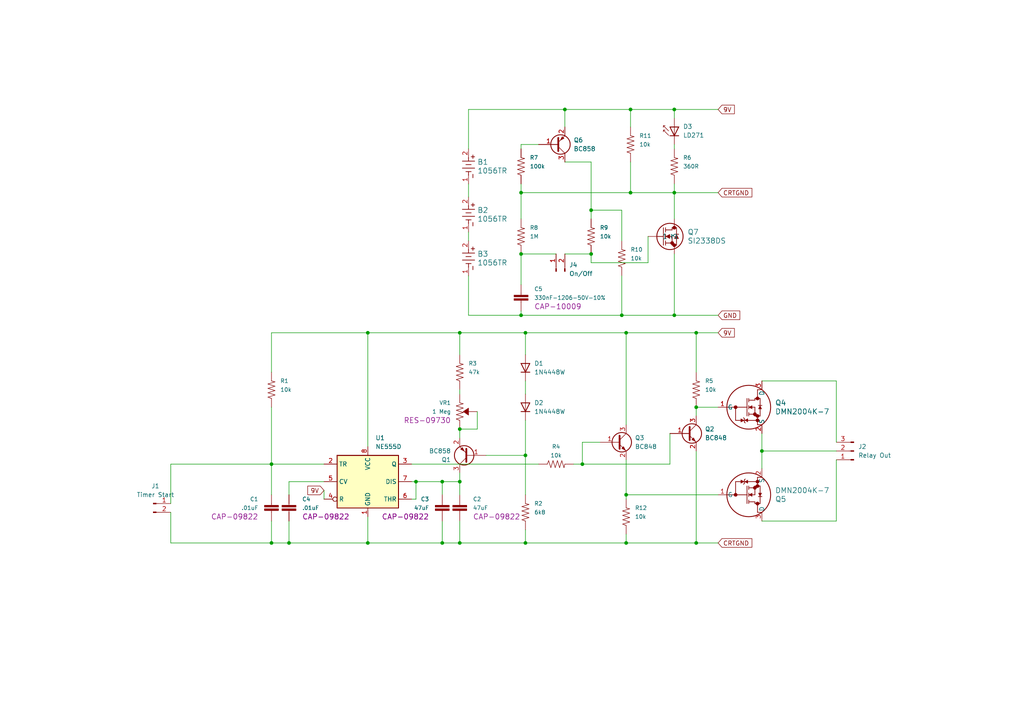
<source format=kicad_sch>
(kicad_sch (version 20230121) (generator eeschema)
  (paper "A4")
  (lib_symbols
    (symbol "CR1220 Holder:1056TR" (pin_names (offset 0.254))
      (property "Reference" "B" (at 4.826 3.81 0))
      (property "Value" "1056TR" (at 4.826 -3.81 0))
      (symbol "1056TR_0_1"
        (polyline (pts (xy 1.778 1.27) (xy 2.794 1.27)) (stroke (width 0.2032)))
        (polyline (pts (xy 2.286 0.762) (xy 2.286 1.778)) (stroke (width 0.2032)))
        (polyline (pts (xy 2.54 0) (xy 3.4798 0)) (stroke (width 0.2032)))
        (polyline (pts (xy 3.556 -1.778) (xy 3.556 1.778)) (stroke (width 0.2032)))
        (polyline (pts (xy 4.572 0.762) (xy 4.572 -0.762)) (stroke (width 0.2032)))
        (polyline (pts (xy 5.588 -1.778) (xy 5.588 1.778)) (stroke (width 0.2032)))
        (polyline (pts (xy 6.604 0) (xy 7.62 0)) (stroke (width 0.2032)))
        (polyline (pts (xy 6.604 0.762) (xy 6.604 -0.762)) (stroke (width 0.2032)))
        (polyline (pts (xy 7.366 1.27) (xy 8.382 1.27)) (stroke (width 0.2032)))
        (pin unspecified line (at 10.16 0 180) (length 2.54) (name "") (number "1"))
        (pin unspecified line (at 0 0 0) (length 2.54) (name "") (number "2"))
      )
    )
    (symbol "Connector:Conn_01x02_Pin" (pin_names (offset 1.016) hide)
      (property "Reference" "J" (at 0 2.54 0))
      (property "Value" "Conn_01x02_Pin" (at 0 -5.08 0))
      (symbol "Conn_01x02_Pin_1_1"
        (polyline (pts (xy 1.27 -2.54) (xy 0.8636 -2.54)) (stroke (width 0.1524)))
        (polyline (pts (xy 1.27 0) (xy 0.8636 0)) (stroke (width 0.1524)))
        (rectangle (start 0.8636 -2.413) (end 0 -2.667) (stroke (width 0.1524)) (fill (type outline)))
        (rectangle (start 0.8636 0.127) (end 0 -0.127) (stroke (width 0.1524)) (fill (type outline)))
        (pin passive line (at 5.08 0 180) (length 3.81) (name "Pin_1") (number "1"))
        (pin passive line (at 5.08 -2.54 180) (length 3.81) (name "Pin_2") (number "2"))
      )
    )
    (symbol "Connector:Conn_01x03_Pin" (pin_names (offset 1.016) hide)
      (property "Reference" "J" (at 0 5.08 0))
      (property "Value" "Conn_01x03_Pin" (at 0 -5.08 0))
      (symbol "Conn_01x03_Pin_1_1"
        (polyline (pts (xy 1.27 -2.54) (xy 0.8636 -2.54)) (stroke (width 0.1524)))
        (polyline (pts (xy 1.27 0) (xy 0.8636 0)) (stroke (width 0.1524)))
        (polyline (pts (xy 1.27 2.54) (xy 0.8636 2.54)) (stroke (width 0.1524)))
        (rectangle (start 0.8636 -2.413) (end 0 -2.667) (stroke (width 0.1524)) (fill (type outline)))
        (rectangle (start 0.8636 0.127) (end 0 -0.127) (stroke (width 0.1524)) (fill (type outline)))
        (rectangle (start 0.8636 2.667) (end 0 2.413) (stroke (width 0.1524)) (fill (type outline)))
        (pin passive line (at 5.08 2.54 180) (length 3.81) (name "Pin_1") (number "1"))
        (pin passive line (at 5.08 0 180) (length 3.81) (name "Pin_2") (number "2"))
        (pin passive line (at 5.08 -2.54 180) (length 3.81) (name "Pin_3") (number "3"))
      )
    )
    (symbol "DMN2004K-7:DMN2004K-7" (pin_names (offset 0.254))
      (property "Reference" "MOSFET" (at 16.51 1.27 0))
      (property "Value" "DMN2004K-7" (at 16.51 -1.27 0))
      (symbol "DMN2004K-7_0_1"
        (polyline (pts (xy 2.54 0) (xy 8.382 0)) (stroke (width 0.2032)))
        (polyline (pts (xy 5.08 -3.81) (xy 5.08 0)) (stroke (width 0.2032)))
        (polyline (pts (xy 5.08 -3.81) (xy 6.604 -3.81)) (stroke (width 0.2032)))
        (polyline (pts (xy 7.366 -3.048) (xy 7.62 -3.302)) (stroke (width 0.2032)))
        (polyline (pts (xy 7.62 -4.318) (xy 7.874 -4.572)) (stroke (width 0.2032)))
        (polyline (pts (xy 7.62 -3.302) (xy 7.62 -4.318)) (stroke (width 0.2032)))
        (polyline (pts (xy 8.382 -2.54) (xy 8.382 2.54)) (stroke (width 0.2032)))
        (polyline (pts (xy 8.636 -3.81) (xy 11.43 -3.81)) (stroke (width 0.2032)))
        (polyline (pts (xy 8.89 -2.54) (xy 8.89 -1.524)) (stroke (width 0.2032)))
        (polyline (pts (xy 8.89 -2.032) (xy 10.668 -2.032)) (stroke (width 0.2032)))
        (polyline (pts (xy 8.89 -0.508) (xy 8.89 0.508)) (stroke (width 0.2032)))
        (polyline (pts (xy 8.89 0) (xy 10.668 0)) (stroke (width 0.2032)))
        (polyline (pts (xy 8.89 1.524) (xy 8.89 2.54)) (stroke (width 0.2032)))
        (polyline (pts (xy 8.89 2.032) (xy 10.668 2.032)) (stroke (width 0.2032)))
        (polyline (pts (xy 10.668 -2.54) (xy 10.668 0)) (stroke (width 0.2032)))
        (polyline (pts (xy 10.668 -2.54) (xy 12.192 -2.54)) (stroke (width 0.2032)))
        (polyline (pts (xy 10.668 2.032) (xy 10.668 2.54)) (stroke (width 0.2032)))
        (polyline (pts (xy 10.668 2.54) (xy 12.192 2.54)) (stroke (width 0.2032)))
        (polyline (pts (xy 11.43 -5.08) (xy 11.43 -2.54)) (stroke (width 0.2032)))
        (polyline (pts (xy 11.43 -5.08) (xy 12.7 -5.08)) (stroke (width 0.2032)))
        (polyline (pts (xy 11.43 5.08) (xy 11.43 2.54)) (stroke (width 0.2032)))
        (polyline (pts (xy 11.43 5.08) (xy 12.7 5.08)) (stroke (width 0.2032)))
        (polyline (pts (xy 12.192 -2.54) (xy 12.192 2.54)) (stroke (width 0.2032)))
        (polyline (pts (xy 12.7 0.508) (xy 11.684 0.508)) (stroke (width 0.2032)))
        (polyline (pts (xy 6.604 -3.302) (xy 6.604 -4.318) (xy 7.62 -3.81)) (stroke (width 0.0254)) (fill (type outline)))
        (polyline (pts (xy 8.636 -4.318) (xy 8.636 -3.302) (xy 7.62 -3.81)) (stroke (width 0.0254)) (fill (type outline)))
        (polyline (pts (xy 9.906 -0.508) (xy 8.89 0) (xy 9.906 0.508)) (stroke (width 0.0254)) (fill (type outline)))
        (polyline (pts (xy 12.7 -0.508) (xy 11.684 -0.508) (xy 12.192 0.508)) (stroke (width 0.0254)) (fill (type outline)))
        (circle (center 5.08 0) (radius 0.0254) (stroke (width 0.508)))
        (circle (center 8.89 0) (radius 6.35) (stroke (width 0.254)))
        (circle (center 10.668 -2.032) (radius 0.0254) (stroke (width 0.508)))
        (circle (center 11.43 -3.81) (radius 0.0254) (stroke (width 0.508)))
        (circle (center 11.43 -2.54) (radius 0.0254) (stroke (width 0.508)))
        (circle (center 11.43 2.54) (radius 0.0254) (stroke (width 0.508)))
        (pin unspecified line (at 0 0 0) (length 2.54) (name "G") (number "1"))
        (pin unspecified line (at 12.7 -7.62 90) (length 2.54) (name "S") (number "2"))
        (pin unspecified line (at 12.7 7.62 270) (length 2.54) (name "D") (number "3"))
      )
    )
    (symbol "Diode:1N4448W" (pin_numbers hide) (pin_names hide)
      (property "Reference" "D" (at 0 2.54 0))
      (property "Value" "1N4448W" (at 0 -2.54 0))
      (symbol "1N4448W_0_1"
        (polyline (pts (xy -1.27 1.27) (xy -1.27 -1.27)) (stroke (width 0.254)))
        (polyline (pts (xy 1.27 0) (xy -1.27 0)))
        (polyline (pts (xy 1.27 1.27) (xy 1.27 -1.27) (xy -1.27 0) (xy 1.27 1.27)) (stroke (width 0.254)))
      )
      (symbol "1N4448W_1_1"
        (pin passive line (at -3.81 0 0) (length 2.54) (name "K") (number "1"))
        (pin passive line (at 3.81 0 180) (length 2.54) (name "A") (number "2"))
      )
    )
    (symbol "LED:LD271" (pin_numbers hide) (pin_names (offset 1.016) hide)
      (property "Reference" "D" (at 0.508 1.778 0))
      (property "Value" "LD271" (at -1.016 -2.794 0))
      (symbol "LD271_0_1"
        (polyline (pts (xy -2.54 1.27) (xy -2.54 -1.27)) (stroke (width 0.254)))
        (polyline (pts (xy 0 0) (xy -2.54 0)))
        (polyline (pts (xy 0.381 3.175) (xy -0.127 3.175)))
        (polyline (pts (xy -1.143 1.651) (xy 0.381 3.175) (xy 0.381 2.667)))
        (polyline (pts (xy 0 -1.27) (xy -2.54 0) (xy 0 1.27) (xy 0 -1.27)) (stroke (width 0.254)))
        (polyline (pts (xy -2.413 1.651) (xy -0.889 3.175) (xy -0.889 2.667) (xy -0.889 3.175) (xy -1.397 3.175)))
      )
      (symbol "LD271_1_1"
        (pin passive line (at -5.08 0 0) (length 2.54) (name "K") (number "1"))
        (pin passive line (at 2.54 0 180) (length 2.54) (name "A") (number "2"))
      )
    )
    (symbol "Si2342DS:SI2342DS-T1-GE3" (pin_numbers hide) (pin_names (offset 1.524))
      (property "Reference" "MOSFET" (at 11.43 1.905 0))
      (property "Value" "SI2342DS-T1-GE3" (at 11.43 -5.08 0))
      (symbol "SI2342DS-T1-GE3_1_1"
        (polyline (pts (xy 2.54 0) (xy 4.445 0)) (stroke (width 0.2032)))
        (polyline (pts (xy 4.445 -2.54) (xy 4.445 2.54)) (stroke (width 0.2032)))
        (polyline (pts (xy 5.08 -2.54) (xy 5.08 -1.27)) (stroke (width 0.2032)))
        (polyline (pts (xy 5.08 -1.905) (xy 6.985 -1.905)) (stroke (width 0.2032)))
        (polyline (pts (xy 5.08 -0.635) (xy 5.08 0.635)) (stroke (width 0.2032)))
        (polyline (pts (xy 5.08 1.27) (xy 5.08 2.54)) (stroke (width 0.2032)))
        (polyline (pts (xy 5.08 1.905) (xy 6.985 1.905)) (stroke (width 0.2032)))
        (polyline (pts (xy 6.35 0) (xy 6.985 0)) (stroke (width 0.2032)))
        (polyline (pts (xy 6.985 -2.54) (xy 6.985 0)) (stroke (width 0.2032)))
        (polyline (pts (xy 6.985 -2.54) (xy 8.255 -2.54)) (stroke (width 0.2032)))
        (polyline (pts (xy 6.985 1.905) (xy 6.985 2.54)) (stroke (width 0.2032)))
        (polyline (pts (xy 6.985 2.54) (xy 8.255 2.54)) (stroke (width 0.2032)))
        (polyline (pts (xy 8.255 -2.54) (xy 8.255 -0.635)) (stroke (width 0.2032)))
        (polyline (pts (xy 8.255 0.635) (xy 8.255 2.54)) (stroke (width 0.2032)))
        (polyline (pts (xy 8.89 0.635) (xy 7.62 0.635)) (stroke (width 0.2032)))
        (polyline (pts (xy 6.35 0.635) (xy 5.08 0) (xy 6.35 -0.635) (xy 6.35 0.635)) (stroke (width 0.0254)) (fill (type outline)))
        (polyline (pts (xy 8.89 -0.635) (xy 7.62 -0.635) (xy 8.255 0.635) (xy 8.89 -0.635)) (stroke (width 0.0254)) (fill (type outline)))
        (circle (center 6.35 0) (radius 3.81) (stroke (width 0.254)))
        (circle (center 6.985 -1.905) (radius 0.0254) (stroke (width 0.508)))
        (circle (center 7.62 -2.54) (radius 0.0254) (stroke (width 0.508)))
        (circle (center 7.62 2.54) (radius 0.0254) (stroke (width 0.508)))
        (pin unspecified line (at 0 0 0) (length 2.54) (name "1") (number "1"))
        (pin unspecified line (at 7.62 -5.08 90) (length 2.54) (name "2") (number "2"))
        (pin unspecified line (at 7.62 5.08 270) (length 2.54) (name "3") (number "3"))
      )
    )
    (symbol "SparkFun-Capacitors:1.0UF-1206-50V-10%" (pin_numbers hide) (pin_names (offset 1.016) hide)
      (property "Reference" "C" (at 1.524 2.921 0))
      (property "Value" "1.0UF-1206-50V-10%" (at 1.524 -2.159 0))
      (property "Field4" "CAP-09822" (at 0 7.62 0))
      (symbol "1.0UF-1206-50V-10%_1_0"
        (polyline (pts (xy 0 0) (xy 0 0.508)))
        (polyline (pts (xy 0 2.54) (xy 0 2.032)))
      )
      (symbol "1.0UF-1206-50V-10%_1_1"
        (rectangle (start -2.032 0.508) (end 2.032 1.016) (fill (type outline)))
        (rectangle (start -2.032 1.524) (end 2.032 2.032) (fill (type outline)))
        (pin passive line (at 0 5.08 270) (length 2.54) (name "1") (number "1"))
        (pin passive line (at 0 -2.54 90) (length 2.54) (name "2") (number "2"))
      )
    )
    (symbol "SparkFun-Capacitors:2.2UF-1206-50V-10%" (pin_numbers hide) (pin_names (offset 1.016) hide)
      (property "Reference" "C" (at 1.524 2.921 0))
      (property "Value" "2.2UF-1206-50V-10%" (at 1.524 -2.159 0))
      (property "Field4" "CAP-10009" (at 0 7.62 0))
      (symbol "2.2UF-1206-50V-10%_1_0"
        (polyline (pts (xy 0 0) (xy 0 0.508)))
        (polyline (pts (xy 0 2.54) (xy 0 2.032)))
      )
      (symbol "2.2UF-1206-50V-10%_1_1"
        (rectangle (start -2.032 0.508) (end 2.032 1.016) (fill (type outline)))
        (rectangle (start -2.032 1.524) (end 2.032 2.032) (fill (type outline)))
        (pin passive line (at 0 5.08 270) (length 2.54) (name "1") (number "1"))
        (pin passive line (at 0 -2.54 90) (length 2.54) (name "2") (number "2"))
      )
    )
    (symbol "SparkFun-Resistors:RESISTOR1206" (pin_numbers hide) (pin_names (offset 1.016) hide)
      (property "Reference" "R" (at -5.08 1.27 0))
      (property "Value" "RESISTOR1206" (at -5.08 -3.81 0))
      (property "Field4" " " (at 0 5.08 0))
      (symbol "RESISTOR1206_1_0"
        (polyline (pts (xy -2.54 0) (xy -2.159 1.016)))
        (polyline (pts (xy -2.159 1.016) (xy -1.524 -1.016)))
        (polyline (pts (xy -1.524 -1.016) (xy -0.889 1.016)))
        (polyline (pts (xy -0.889 1.016) (xy -0.254 -1.016)))
        (polyline (pts (xy -0.254 -1.016) (xy 0.381 1.016)))
        (polyline (pts (xy 0.381 1.016) (xy 1.016 -1.016)))
        (polyline (pts (xy 1.016 -1.016) (xy 1.651 1.016)))
        (polyline (pts (xy 1.651 1.016) (xy 2.286 -1.016)))
        (polyline (pts (xy 2.286 -1.016) (xy 2.54 0)))
      )
      (symbol "RESISTOR1206_1_1"
        (pin passive line (at -5.08 0 0) (length 2.54) (name "1") (number "1"))
        (pin passive line (at 5.08 0 180) (length 2.54) (name "2") (number "2"))
      )
    )
    (symbol "SparkFun-Resistors:TRIMPOT-PTH-10MM-KNOB-1_2W-10%" (pin_numbers hide) (pin_names (offset 1.016) hide)
      (property "Reference" "VR" (at -1.27 -5.08 90))
      (property "Value" "TRIMPOT-PTH-10MM-KNOB-1_2W-10%" (at 5.08 1.27 90))
      (property "Field4" "RES-09730" (at -5.08 0 90))
      (symbol "TRIMPOT-PTH-10MM-KNOB-1_2W-10%_1_0"
        (polyline (pts (xy -1.016 -2.159) (xy 1.016 -1.524)))
        (polyline (pts (xy -1.016 -0.889) (xy 1.016 -0.254)))
        (polyline (pts (xy -1.016 0.381) (xy 1.016 1.016)))
        (polyline (pts (xy -1.016 1.651) (xy 1.016 2.286)))
        (polyline (pts (xy 0 -2.54) (xy -1.016 -2.159)))
        (polyline (pts (xy 1.016 -1.524) (xy -1.016 -0.889)))
        (polyline (pts (xy 1.016 -0.254) (xy -1.016 0.381)))
        (polyline (pts (xy 1.016 1.016) (xy -1.016 1.651)))
        (polyline (pts (xy 1.016 2.286) (xy 0 2.54)))
      )
      (symbol "TRIMPOT-PTH-10MM-KNOB-1_2W-10%_1_1"
        (polyline (pts (xy 1.016 0) (xy 2.54 -1.016) (xy 2.54 -1.016) (xy 2.54 1.016) (xy 2.54 1.016) (xy 1.016 0)) (fill (type outline)))
        (pin passive line (at 0 5.08 270) (length 2.54) (name "CCW") (number "1"))
        (pin passive line (at 5.08 0 180) (length 2.54) (name "WIPER") (number "2"))
        (pin passive line (at 0 -5.08 90) (length 2.54) (name "CW") (number "3"))
      )
    )
    (symbol "Timer:NE555D"
      (property "Reference" "U" (at -10.16 8.89 0))
      (property "Value" "NE555D" (at 2.54 8.89 0))
      (symbol "NE555D_0_0"
        (pin power_in line (at 0 -10.16 90) (length 2.54) (name "GND") (number "1"))
        (pin power_in line (at 0 10.16 270) (length 2.54) (name "VCC") (number "8"))
      )
      (symbol "NE555D_0_1"
        (rectangle (start -8.89 -7.62) (end 8.89 7.62) (stroke (width 0.254)) (fill (type background)))
        (rectangle (start -8.89 -7.62) (end 8.89 7.62) (stroke (width 0.254)) (fill (type background)))
      )
      (symbol "NE555D_1_1"
        (pin input line (at -12.7 5.08 0) (length 3.81) (name "TR") (number "2"))
        (pin output line (at 12.7 5.08 180) (length 3.81) (name "Q") (number "3"))
        (pin input inverted (at -12.7 -5.08 0) (length 3.81) (name "R") (number "4"))
        (pin input line (at -12.7 0 0) (length 3.81) (name "CV") (number "5"))
        (pin input line (at 12.7 -5.08 180) (length 3.81) (name "THR") (number "6"))
        (pin input line (at 12.7 0 180) (length 3.81) (name "DIS") (number "7"))
      )
    )
    (symbol "Transistor_BJT:BC848" (pin_names (offset 0) hide)
      (property "Reference" "Q" (at 5.08 1.905 0))
      (property "Value" "BC848" (at 5.08 0 0))
      (symbol "BC848_0_1"
        (polyline (pts (xy 0.635 0.635) (xy 2.54 2.54)))
        (polyline (pts (xy 0.635 -0.635) (xy 2.54 -2.54) (xy 2.54 -2.54)))
        (polyline (pts (xy 0.635 1.905) (xy 0.635 -1.905) (xy 0.635 -1.905)) (stroke (width 0.508)))
        (polyline (pts (xy 1.27 -1.778) (xy 1.778 -1.27) (xy 2.286 -2.286) (xy 1.27 -1.778) (xy 1.27 -1.778)) (fill (type outline)))
        (circle (center 1.27 0) (radius 2.8194) (stroke (width 0.254)))
      )
      (symbol "BC848_1_1"
        (pin input line (at -5.08 0 0) (length 5.715) (name "B") (number "1"))
        (pin passive line (at 2.54 -5.08 90) (length 2.54) (name "E") (number "2"))
        (pin passive line (at 2.54 5.08 270) (length 2.54) (name "C") (number "3"))
      )
    )
    (symbol "Transistor_BJT:BC858" (pin_names (offset 0) hide)
      (property "Reference" "Q" (at 5.08 1.905 0))
      (property "Value" "BC858" (at 5.08 0 0))
      (symbol "BC858_0_1"
        (polyline (pts (xy 0.635 0.635) (xy 2.54 2.54)))
        (polyline (pts (xy 0.635 -0.635) (xy 2.54 -2.54) (xy 2.54 -2.54)))
        (polyline (pts (xy 0.635 1.905) (xy 0.635 -1.905) (xy 0.635 -1.905)) (stroke (width 0.508)))
        (polyline (pts (xy 2.286 -1.778) (xy 1.778 -2.286) (xy 1.27 -1.27) (xy 2.286 -1.778) (xy 2.286 -1.778)) (fill (type outline)))
        (circle (center 1.27 0) (radius 2.8194) (stroke (width 0.254)))
      )
      (symbol "BC858_1_1"
        (pin input line (at -5.08 0 0) (length 5.715) (name "B") (number "1"))
        (pin passive line (at 2.54 -5.08 90) (length 2.54) (name "E") (number "2"))
        (pin passive line (at 2.54 5.08 270) (length 2.54) (name "C") (number "3"))
      )
    )
  )
  (junction (at 133.35 139.7))
  (junction (at 181.61 157.48))
  (junction (at 78.74 157.48))
  (junction (at 195.58 55.88))
  (junction (at 151.13 91.44))
  (junction (at 182.88 31.75))
  (junction (at 201.93 118.11))
  (junction (at 128.27 157.48))
  (junction (at 152.4 132.08))
  (junction (at 180.34 91.44))
  (junction (at 152.4 157.48))
  (junction (at 171.45 73.66))
  (junction (at 163.83 31.75))
  (junction (at 151.13 73.66))
  (junction (at 151.13 55.88))
  (junction (at 195.58 31.75))
  (junction (at 171.45 60.96))
  (junction (at 106.68 157.48))
  (junction (at 128.27 139.7))
  (junction (at 168.91 134.62))
  (junction (at 78.74 134.62))
  (junction (at 182.88 55.88))
  (junction (at 133.35 157.48))
  (junction (at 83.82 157.48))
  (junction (at 181.61 96.52))
  (junction (at 201.93 157.48))
  (junction (at 220.98 130.81))
  (junction (at 133.35 96.52))
  (junction (at 106.68 96.52))
  (junction (at 152.4 96.52))
  (junction (at 133.35 124.46))
  (junction (at 120.65 139.7))
  (junction (at 181.61 143.51))
  (junction (at 195.58 91.44))
  (junction (at 201.93 96.52))
  (wire (pts (xy 220.98 110.49) (xy 242.57 110.49)))
  (wire (pts (xy 106.68 129.54) (xy 106.68 96.52)))
  (wire (pts (xy 152.4 96.52) (xy 152.4 102.87)))
  (wire (pts (xy 152.4 121.92) (xy 152.4 132.08)))
  (wire (pts (xy 128.27 139.7) (xy 120.65 139.7)))
  (wire (pts (xy 119.38 134.62) (xy 156.21 134.62)))
  (wire (pts (xy 201.93 130.81) (xy 201.93 157.48)))
  (wire (pts (xy 83.82 139.7) (xy 83.82 143.51)))
  (wire (pts (xy 163.83 31.75) (xy 163.83 36.83)))
  (wire (pts (xy 151.13 53.34) (xy 151.13 55.88)))
  (wire (pts (xy 135.89 67.31) (xy 135.89 69.85)))
  (wire (pts (xy 49.53 148.59) (xy 49.53 157.48)))
  (wire (pts (xy 106.68 96.52) (xy 133.35 96.52)))
  (wire (pts (xy 78.74 118.11) (xy 78.74 134.62)))
  (wire (pts (xy 166.37 134.62) (xy 168.91 134.62)))
  (wire (pts (xy 181.61 157.48) (xy 201.93 157.48)))
  (wire (pts (xy 220.98 130.81) (xy 220.98 135.89)))
  (wire (pts (xy 152.4 96.52) (xy 181.61 96.52)))
  (wire (pts (xy 181.61 96.52) (xy 201.93 96.52)))
  (wire (pts (xy 242.57 151.13) (xy 220.98 151.13)))
  (wire (pts (xy 171.45 60.96) (xy 180.34 60.96)))
  (wire (pts (xy 152.4 110.49) (xy 152.4 114.3)))
  (wire (pts (xy 140.97 132.08) (xy 152.4 132.08)))
  (wire (pts (xy 182.88 31.75) (xy 182.88 36.83)))
  (wire (pts (xy 83.82 151.13) (xy 83.82 157.48)))
  (wire (pts (xy 163.83 46.99) (xy 171.45 46.99)))
  (wire (pts (xy 151.13 90.17) (xy 151.13 91.44)))
  (wire (pts (xy 152.4 132.08) (xy 152.4 143.51)))
  (wire (pts (xy 171.45 46.99) (xy 171.45 60.96)))
  (wire (pts (xy 93.98 139.7) (xy 83.82 139.7)))
  (wire (pts (xy 168.91 128.27) (xy 173.99 128.27)))
  (wire (pts (xy 151.13 91.44) (xy 180.34 91.44)))
  (wire (pts (xy 181.61 96.52) (xy 181.61 123.19)))
  (wire (pts (xy 83.82 157.48) (xy 78.74 157.48)))
  (wire (pts (xy 135.89 91.44) (xy 151.13 91.44)))
  (wire (pts (xy 220.98 125.73) (xy 220.98 130.81)))
  (wire (pts (xy 195.58 91.44) (xy 195.58 73.66)))
  (wire (pts (xy 128.27 157.48) (xy 106.68 157.48)))
  (wire (pts (xy 93.98 142.24) (xy 93.98 144.78)))
  (wire (pts (xy 135.89 53.34) (xy 135.89 57.15)))
  (wire (pts (xy 120.65 144.78) (xy 120.65 139.7)))
  (wire (pts (xy 133.35 124.46) (xy 133.35 127)))
  (wire (pts (xy 208.28 118.11) (xy 201.93 118.11)))
  (wire (pts (xy 187.96 68.58) (xy 187.96 76.2)))
  (wire (pts (xy 171.45 60.96) (xy 171.45 63.5)))
  (wire (pts (xy 133.35 96.52) (xy 133.35 102.87)))
  (wire (pts (xy 152.4 157.48) (xy 181.61 157.48)))
  (wire (pts (xy 201.93 96.52) (xy 201.93 107.95)))
  (wire (pts (xy 181.61 143.51) (xy 208.28 143.51)))
  (wire (pts (xy 242.57 130.81) (xy 220.98 130.81)))
  (wire (pts (xy 168.91 128.27) (xy 168.91 134.62)))
  (wire (pts (xy 151.13 73.66) (xy 151.13 82.55)))
  (wire (pts (xy 208.28 91.44) (xy 195.58 91.44)))
  (wire (pts (xy 120.65 139.7) (xy 119.38 139.7)))
  (wire (pts (xy 152.4 157.48) (xy 152.4 153.67)))
  (wire (pts (xy 133.35 96.52) (xy 152.4 96.52)))
  (wire (pts (xy 78.74 134.62) (xy 93.98 134.62)))
  (wire (pts (xy 78.74 134.62) (xy 49.53 134.62)))
  (wire (pts (xy 195.58 31.75) (xy 182.88 31.75)))
  (wire (pts (xy 151.13 55.88) (xy 151.13 63.5)))
  (wire (pts (xy 195.58 31.75) (xy 195.58 34.29)))
  (wire (pts (xy 135.89 31.75) (xy 135.89 43.18)))
  (wire (pts (xy 151.13 73.66) (xy 161.29 73.66)))
  (wire (pts (xy 163.83 73.66) (xy 171.45 73.66)))
  (wire (pts (xy 208.28 96.52) (xy 201.93 96.52)))
  (wire (pts (xy 194.31 134.62) (xy 194.31 125.73)))
  (wire (pts (xy 195.58 41.91) (xy 195.58 43.18)))
  (wire (pts (xy 181.61 143.51) (xy 181.61 144.78)))
  (wire (pts (xy 133.35 151.13) (xy 133.35 157.48)))
  (wire (pts (xy 78.74 96.52) (xy 78.74 107.95)))
  (wire (pts (xy 242.57 133.35) (xy 242.57 151.13)))
  (wire (pts (xy 163.83 31.75) (xy 135.89 31.75)))
  (wire (pts (xy 182.88 46.99) (xy 182.88 55.88)))
  (wire (pts (xy 182.88 55.88) (xy 195.58 55.88)))
  (wire (pts (xy 181.61 154.94) (xy 181.61 157.48)))
  (wire (pts (xy 242.57 110.49) (xy 242.57 128.27)))
  (wire (pts (xy 201.93 118.11) (xy 201.93 120.65)))
  (wire (pts (xy 49.53 134.62) (xy 49.53 146.05)))
  (wire (pts (xy 78.74 157.48) (xy 49.53 157.48)))
  (wire (pts (xy 106.68 149.86) (xy 106.68 157.48)))
  (wire (pts (xy 133.35 113.03) (xy 133.35 114.3)))
  (wire (pts (xy 138.43 124.46) (xy 133.35 124.46)))
  (wire (pts (xy 128.27 139.7) (xy 133.35 139.7)))
  (wire (pts (xy 135.89 80.01) (xy 135.89 91.44)))
  (wire (pts (xy 128.27 139.7) (xy 128.27 143.51)))
  (wire (pts (xy 208.28 55.88) (xy 195.58 55.88)))
  (wire (pts (xy 106.68 157.48) (xy 83.82 157.48)))
  (wire (pts (xy 128.27 157.48) (xy 133.35 157.48)))
  (wire (pts (xy 187.96 76.2) (xy 171.45 76.2)))
  (wire (pts (xy 195.58 55.88) (xy 195.58 63.5)))
  (wire (pts (xy 138.43 119.38) (xy 138.43 124.46)))
  (wire (pts (xy 119.38 144.78) (xy 120.65 144.78)))
  (wire (pts (xy 78.74 96.52) (xy 106.68 96.52)))
  (wire (pts (xy 133.35 137.16) (xy 133.35 139.7)))
  (wire (pts (xy 156.21 41.91) (xy 151.13 41.91)))
  (wire (pts (xy 171.45 76.2) (xy 171.45 73.66)))
  (wire (pts (xy 151.13 41.91) (xy 151.13 43.18)))
  (wire (pts (xy 133.35 139.7) (xy 133.35 143.51)))
  (wire (pts (xy 180.34 80.01) (xy 180.34 91.44)))
  (wire (pts (xy 195.58 53.34) (xy 195.58 55.88)))
  (wire (pts (xy 182.88 31.75) (xy 163.83 31.75)))
  (wire (pts (xy 133.35 157.48) (xy 152.4 157.48)))
  (wire (pts (xy 168.91 134.62) (xy 194.31 134.62)))
  (wire (pts (xy 78.74 134.62) (xy 78.74 143.51)))
  (wire (pts (xy 151.13 55.88) (xy 182.88 55.88)))
  (wire (pts (xy 208.28 31.75) (xy 195.58 31.75)))
  (wire (pts (xy 181.61 143.51) (xy 181.61 133.35)))
  (wire (pts (xy 78.74 151.13) (xy 78.74 157.48)))
  (wire (pts (xy 180.34 91.44) (xy 195.58 91.44)))
  (wire (pts (xy 201.93 157.48) (xy 208.28 157.48)))
  (wire (pts (xy 128.27 151.13) (xy 128.27 157.48)))
  (wire (pts (xy 180.34 60.96) (xy 180.34 69.85)))
  (global_label "9V" (shape input) (at 208.28 96.52 0) (property "Intersheetrefs" "${INTERSHEET_REFS}" (effects hide)))
  (global_label "CRTGND" (shape input) (at 208.28 55.88 0) (property "Intersheetrefs" "${INTERSHEET_REFS}" (effects hide)))
  (global_label "GND" (shape input) (at 208.28 91.44 0) (property "Intersheetrefs" "${INTERSHEET_REFS}" (effects hide)))
  (global_label "9V" (shape input) (at 208.28 31.75 0) (property "Intersheetrefs" "${INTERSHEET_REFS}" (effects hide)))
  (global_label "CRTGND" (shape input) (at 208.28 157.48 0) (property "Intersheetrefs" "${INTERSHEET_REFS}" (effects hide)))
  (global_label "9V" (shape input) (at 93.98 142.24 180) (property "Intersheetrefs" "${INTERSHEET_REFS}" (effects hide)))
  (symbol (lib_id "SparkFun-Resistors:RESISTOR1206") (at 182.88 41.91 90) (unit 1)
    (property "Reference" "R11" (at 185.42 39.37 90) (effects (font (size 1.143 1.143)) (justify right)))
    (property "Value" "10k" (at 185.42 41.91 90) (effects (font (size 1.143 1.143)) (justify right)))
    (property "Footprint" "Resistor_SMD:R_1206_3216Metric" (effects hide))
    (property "Field4" " " (at 185.42 44.45 90) (effects (font (size 1.524 1.524)) (justify right)))
  )
  (symbol (lib_id "CR1220 Holder:1056TR") (at 135.89 57.15 270) (unit 1)
    (property "Reference" "B2" (at 138.43 60.96 90) (effects (font (size 1.524 1.524)) (justify left)))
    (property "Value" "1056TR" (at 138.43 63.5 90) (effects (font (size 1.524 1.524)) (justify left)))
    (property "Footprint" "CR1220 Holder:1048P_KEY" (effects hide))
    (property "Datasheet" "1056TR" (effects hide))
  )
  (symbol (lib_id "SparkFun-Resistors:RESISTOR1206") (at 161.29 134.62 0) (unit 1)
    (property "Reference" "R4" (at 161.29 129.54 0) (effects (font (size 1.143 1.143))))
    (property "Value" "10k" (at 161.29 132.08 0) (effects (font (size 1.143 1.143))))
    (property "Footprint" "Resistor_SMD:R_1206_3216Metric" (effects hide))
    (property "Field4" " " (at 161.29 130.81 0) (effects (font (size 1.524 1.524))))
  )
  (symbol (lib_id "SparkFun-Capacitors:1.0UF-1206-50V-10%") (at 128.27 148.59 0) (mirror y) (unit 1)
    (property "Reference" "C3" (at 124.46 144.78 0) (effects (font (size 1.143 1.143)) (justify left)))
    (property "Value" "47uF" (at 124.46 147.32 0) (effects (font (size 1.143 1.143)) (justify left)))
    (property "Footprint" "Capacitor_SMD:C_1206_3216Metric" (effects hide))
    (property "Field4" "CAP-09822" (at 124.46 149.86 0) (effects (font (size 1.524 1.524)) (justify left)))
  )
  (symbol (lib_id "SparkFun-Resistors:RESISTOR1206") (at 201.93 113.03 90) (unit 1)
    (property "Reference" "R5" (at 204.47 110.49 90) (effects (font (size 1.143 1.143)) (justify right)))
    (property "Value" "10k" (at 204.47 113.03 90) (effects (font (size 1.143 1.143)) (justify right)))
    (property "Footprint" "Resistor_SMD:R_1206_3216Metric" (effects hide))
    (property "Field4" " " (at 204.47 115.57 90) (effects (font (size 1.524 1.524)) (justify right)))
  )
  (symbol (lib_id "SparkFun-Resistors:RESISTOR1206") (at 133.35 107.95 90) (unit 1)
    (property "Reference" "R3" (at 135.89 105.41 90) (effects (font (size 1.143 1.143)) (justify right)))
    (property "Value" "47k" (at 135.89 107.95 90) (effects (font (size 1.143 1.143)) (justify right)))
    (property "Footprint" "Resistor_SMD:R_1206_3216Metric" (effects hide))
    (property "Field4" " " (at 135.89 110.49 90) (effects (font (size 1.524 1.524)) (justify right)))
  )
  (symbol (lib_id "SparkFun-Resistors:TRIMPOT-PTH-10MM-KNOB-1_2W-10%") (at 133.35 119.38 0) (unit 1)
    (property "Reference" "VR1" (at 130.81 116.84 0) (effects (font (size 1.143 1.143)) (justify right)))
    (property "Value" "1 Meg" (at 130.81 119.38 0) (effects (font (size 1.143 1.143)) (justify right)))
    (property "Footprint" "3310C-001-105L:IC3_3310C-001-105L_BRN" (effects hide))
    (property "Field4" "RES-09730" (at 130.81 121.92 0) (effects (font (size 1.524 1.524)) (justify right)))
  )
  (symbol (lib_id "SparkFun-Resistors:RESISTOR1206") (at 152.4 148.59 90) (unit 1)
    (property "Reference" "R2" (at 154.94 146.05 90) (effects (font (size 1.143 1.143)) (justify right)))
    (property "Value" "6k8" (at 154.94 148.59 90) (effects (font (size 1.143 1.143)) (justify right)))
    (property "Footprint" "Resistor_SMD:R_1206_3216Metric" (effects hide))
    (property "Field4" " " (at 154.94 151.13 90) (effects (font (size 1.524 1.524)) (justify right)))
  )
  (symbol (lib_id "SparkFun-Resistors:RESISTOR1206") (at 171.45 68.58 90) (unit 1)
    (property "Reference" "R9" (at 173.99 66.04 90) (effects (font (size 1.143 1.143)) (justify right)))
    (property "Value" "10k" (at 173.99 68.58 90) (effects (font (size 1.143 1.143)) (justify right)))
    (property "Footprint" "Resistor_SMD:R_1206_3216Metric" (effects hide))
    (property "Field4" " " (at 173.99 71.12 90) (effects (font (size 1.524 1.524)) (justify right)))
  )
  (symbol (lib_id "Diode:1N4448W") (at 152.4 118.11 90) (unit 1)
    (property "Reference" "D2" (at 154.94 116.84 90) (effects (justify right)))
    (property "Value" "1N4448W" (at 154.94 119.38 90) (effects (justify right)))
    (property "Footprint" "Diode_SMD:D_SOD-123" (effects hide))
    (property "Datasheet" "https://www.vishay.com/docs/85722/1n4448w.pdf" (effects hide))
    (property "Sim.Device" "D" (effects hide))
    (property "Sim.Pins" "1=K 2=A" (effects hide))
  )
  (symbol (lib_id "SparkFun-Resistors:RESISTOR1206") (at 180.34 74.93 90) (unit 1)
    (property "Reference" "R10" (at 182.88 72.39 90) (effects (font (size 1.143 1.143)) (justify right)))
    (property "Value" "10k" (at 182.88 74.93 90) (effects (font (size 1.143 1.143)) (justify right)))
    (property "Footprint" "Resistor_SMD:R_1206_3216Metric" (effects hide))
    (property "Field4" " " (at 182.88 77.47 90) (effects (font (size 1.524 1.524)) (justify right)))
  )
  (symbol (lib_id "CR1220 Holder:1056TR") (at 135.89 69.85 270) (unit 1)
    (property "Reference" "B3" (at 138.43 73.66 90) (effects (font (size 1.524 1.524)) (justify left)))
    (property "Value" "1056TR" (at 138.43 76.2 90) (effects (font (size 1.524 1.524)) (justify left)))
    (property "Footprint" "CR1220 Holder:1048P_KEY" (effects hide))
    (property "Datasheet" "1056TR" (effects hide))
  )
  (symbol (lib_id "DMN2004K-7:DMN2004K-7") (at 208.28 143.51 0) (mirror x) (unit 1)
    (property "Reference" "Q5" (at 224.79 144.78 0) (effects (font (size 1.524 1.524)) (justify left)))
    (property "Value" "DMN2004K-7" (at 224.79 142.24 0) (effects (font (size 1.524 1.524)) (justify left)))
    (property "Footprint" "DMN2004K-7:SOT23_DIO" (effects hide))
    (property "Datasheet" "DMN2004K-7" (effects hide))
  )
  (symbol (lib_id "Connector:Conn_01x02_Pin") (at 44.45 146.05 0) (unit 1)
    (property "Reference" "J1" (at 45.085 140.97 0))
    (property "Value" "Timer Start" (at 45.085 143.51 0))
    (property "Footprint" "TerminalBlock:TerminalBlock_bornier-2_P5.08mm" (effects hide))
  )
  (symbol (lib_id "LED:LD271") (at 195.58 36.83 90) (unit 1)
    (property "Reference" "D3" (at 198.12 36.703 90) (effects (justify right)))
    (property "Value" "LD271" (at 198.12 39.243 90) (effects (justify right)))
    (property "Footprint" "LED_THT:LED_D5.0mm_IRGrey" (effects hide))
    (property "Datasheet" "http://www.alliedelec.com/m/d/40788c34903a719969df15f1fbea1056.pdf" (effects hide))
  )
  (symbol (lib_id "Si2342DS:SI2342DS-T1-GE3") (at 187.96 68.58 0) (unit 1)
    (property "Reference" "Q7" (at 199.39 67.31 0) (effects (font (size 1.524 1.524)) (justify left)))
    (property "Value" "SI2338DS" (at 199.39 69.85 0) (effects (font (size 1.524 1.524)) (justify left)))
    (property "Footprint" "Si2342DS:SI2342DS-T1-GE3" (effects hide))
  )
  (symbol (lib_id "Diode:1N4448W") (at 152.4 106.68 90) (unit 1)
    (property "Reference" "D1" (at 154.94 105.41 90) (effects (justify right)))
    (property "Value" "1N4448W" (at 154.94 107.95 90) (effects (justify right)))
    (property "Footprint" "Diode_SMD:D_SOD-123" (effects hide))
    (property "Datasheet" "https://www.vishay.com/docs/85722/1n4448w.pdf" (effects hide))
    (property "Sim.Device" "D" (effects hide))
    (property "Sim.Pins" "1=K 2=A" (effects hide))
  )
  (symbol (lib_id "SparkFun-Capacitors:2.2UF-1206-50V-10%") (at 151.13 85.09 180) (unit 1)
    (property "Reference" "C5" (at 154.94 83.82 0) (effects (font (size 1.143 1.143)) (justify right)))
    (property "Value" "330nF-1206-50V-10%" (at 154.94 86.36 0) (effects (font (size 1.143 1.143)) (justify right)))
    (property "Footprint" "Capacitor_SMD:C_1206_3216Metric" (effects hide))
    (property "Field4" "CAP-10009" (at 154.94 88.9 0) (effects (font (size 1.524 1.524)) (justify right)))
  )
  (symbol (lib_id "DMN2004K-7:DMN2004K-7") (at 208.28 118.11 0) (unit 1)
    (property "Reference" "Q4" (at 224.79 116.84 0) (effects (font (size 1.524 1.524)) (justify left)))
    (property "Value" "DMN2004K-7" (at 224.79 119.38 0) (effects (font (size 1.524 1.524)) (justify left)))
    (property "Footprint" "DMN2004K-7:SOT23_DIO" (effects hide))
    (property "Datasheet" "DMN2004K-7" (effects hide))
  )
  (symbol (lib_id "Transistor_BJT:BC858") (at 135.89 132.08 180) (unit 1)
    (property "Reference" "Q1" (at 130.81 133.35 0) (effects (justify left)))
    (property "Value" "BC858" (at 130.81 130.81 0) (effects (justify left)))
    (property "Footprint" "Package_TO_SOT_SMD:SOT-23" (effects hide))
    (property "Datasheet" "https://www.onsemi.com/pub/Collateral/BC860-D.pdf" (effects hide))
  )
  (symbol (lib_id "CR1220 Holder:1056TR") (at 135.89 43.18 270) (unit 1)
    (property "Reference" "B1" (at 138.43 46.99 90) (effects (font (size 1.524 1.524)) (justify left)))
    (property "Value" "1056TR" (at 138.43 49.53 90) (effects (font (size 1.524 1.524)) (justify left)))
    (property "Footprint" "CR1220 Holder:1048P_KEY" (effects hide))
    (property "Datasheet" "1056TR" (effects hide))
  )
  (symbol (lib_id "Connector:Conn_01x03_Pin") (at 247.65 130.81 180) (unit 1)
    (property "Reference" "J2" (at 248.92 129.54 0) (effects (justify right)))
    (property "Value" "Relay Out" (at 248.92 132.08 0) (effects (justify right)))
    (property "Footprint" "TerminalBlock:TerminalBlock_bornier-3_P5.08mm" (effects hide))
  )
  (symbol (lib_id "Timer:NE555D") (at 106.68 139.7 0) (unit 1)
    (property "Reference" "U1" (at 108.8741 127 0) (effects (justify left)))
    (property "Value" "NE555D" (at 108.8741 129.54 0) (effects (justify left)))
    (property "Footprint" "Package_SO:SOIC-8_3.9x4.9mm_P1.27mm" (effects hide))
    (property "Datasheet" "http://www.ti.com/lit/ds/symlink/ne555.pdf" (effects hide))
  )
  (symbol (lib_id "Transistor_BJT:BC848") (at 179.07 128.27 0) (unit 1)
    (property "Reference" "Q3" (at 184.15 127 0) (effects (justify left)))
    (property "Value" "BC848" (at 184.15 129.54 0) (effects (justify left)))
    (property "Footprint" "Package_TO_SOT_SMD:SOT-23" (effects hide))
    (property "Datasheet" "http://www.infineon.com/dgdl/Infineon-BC847SERIES_BC848SERIES_BC849SERIES_BC850SERIES-DS-v01_01-en.pdf?fileId=db3a304314dca389011541d4630a1657" (effects hide))
  )
  (symbol (lib_id "SparkFun-Resistors:RESISTOR1206") (at 78.74 113.03 90) (unit 1)
    (property "Reference" "R1" (at 81.28 110.49 90) (effects (font (size 1.143 1.143)) (justify right)))
    (property "Value" "10k" (at 81.28 113.03 90) (effects (font (size 1.143 1.143)) (justify right)))
    (property "Footprint" "Resistor_SMD:R_1206_3216Metric" (effects hide))
    (property "Field4" " " (at 81.28 115.57 90) (effects (font (size 1.524 1.524)) (justify right)))
  )
  (symbol (lib_id "SparkFun-Resistors:RESISTOR1206") (at 151.13 48.26 90) (unit 1)
    (property "Reference" "R7" (at 153.67 45.72 90) (effects (font (size 1.143 1.143)) (justify right)))
    (property "Value" "100k" (at 153.67 48.26 90) (effects (font (size 1.143 1.143)) (justify right)))
    (property "Footprint" "Resistor_SMD:R_1206_3216Metric" (effects hide))
    (property "Field4" " " (at 153.67 50.8 90) (effects (font (size 1.524 1.524)) (justify right)))
  )
  (symbol (lib_id "Transistor_BJT:BC858") (at 161.29 41.91 0) (mirror x) (unit 1)
    (property "Reference" "Q6" (at 166.37 40.64 0) (effects (justify left)))
    (property "Value" "BC858" (at 166.37 43.18 0) (effects (justify left)))
    (property "Footprint" "Package_TO_SOT_SMD:SOT-23" (effects hide))
    (property "Datasheet" "https://www.onsemi.com/pub/Collateral/BC860-D.pdf" (effects hide))
  )
  (symbol (lib_id "SparkFun-Capacitors:1.0UF-1206-50V-10%") (at 133.35 148.59 0) (unit 1)
    (property "Reference" "C2" (at 137.16 144.78 0) (effects (font (size 1.143 1.143)) (justify left)))
    (property "Value" "47uF" (at 137.16 147.32 0) (effects (font (size 1.143 1.143)) (justify left)))
    (property "Footprint" "Capacitor_SMD:C_1206_3216Metric" (effects hide))
    (property "Field4" "CAP-09822" (at 137.16 149.86 0) (effects (font (size 1.524 1.524)) (justify left)))
  )
  (symbol (lib_id "SparkFun-Resistors:RESISTOR1206") (at 181.61 149.86 90) (unit 1)
    (property "Reference" "R12" (at 184.15 147.32 90) (effects (font (size 1.143 1.143)) (justify right)))
    (property "Value" "10k" (at 184.15 149.86 90) (effects (font (size 1.143 1.143)) (justify right)))
    (property "Footprint" "Resistor_SMD:R_1206_3216Metric" (effects hide))
    (property "Field4" " " (at 184.15 152.4 90) (effects (font (size 1.524 1.524)) (justify right)))
  )
  (symbol (lib_id "SparkFun-Capacitors:1.0UF-1206-50V-10%") (at 78.74 148.59 0) (mirror y) (unit 1)
    (property "Reference" "C1" (at 74.93 144.78 0) (effects (font (size 1.143 1.143)) (justify left)))
    (property "Value" ".01uF" (at 74.93 147.32 0) (effects (font (size 1.143 1.143)) (justify left)))
    (property "Footprint" "Capacitor_SMD:C_1206_3216Metric" (effects hide))
    (property "Field4" "CAP-09822" (at 74.93 149.86 0) (effects (font (size 1.524 1.524)) (justify left)))
  )
  (symbol (lib_id "Transistor_BJT:BC848") (at 199.39 125.73 0) (unit 1)
    (property "Reference" "Q2" (at 204.47 124.46 0) (effects (justify left)))
    (property "Value" "BC848" (at 204.47 127 0) (effects (justify left)))
    (property "Footprint" "Package_TO_SOT_SMD:SOT-23" (effects hide))
    (property "Datasheet" "http://www.infineon.com/dgdl/Infineon-BC847SERIES_BC848SERIES_BC849SERIES_BC850SERIES-DS-v01_01-en.pdf?fileId=db3a304314dca389011541d4630a1657" (effects hide))
  )
  (symbol (lib_id "SparkFun-Capacitors:1.0UF-1206-50V-10%") (at 83.82 148.59 0) (unit 1)
    (property "Reference" "C4" (at 87.63 144.78 0) (effects (font (size 1.143 1.143)) (justify left)))
    (property "Value" ".01uF" (at 87.63 147.32 0) (effects (font (size 1.143 1.143)) (justify left)))
    (property "Footprint" "Capacitor_SMD:C_1206_3216Metric" (effects hide))
    (property "Field4" "CAP-09822" (at 87.63 149.86 0) (effects (font (size 1.524 1.524)) (justify left)))
  )
  (symbol (lib_id "SparkFun-Resistors:RESISTOR1206") (at 151.13 68.58 90) (unit 1)
    (property "Reference" "R8" (at 153.67 66.04 90) (effects (font (size 1.143 1.143)) (justify right)))
    (property "Value" "1M" (at 153.67 68.58 90) (effects (font (size 1.143 1.143)) (justify right)))
    (property "Footprint" "Resistor_SMD:R_1206_3216Metric" (effects hide))
    (property "Field4" " " (at 153.67 71.12 90) (effects (font (size 1.524 1.524)) (justify right)))
  )
  (symbol (lib_id "Connector:Conn_01x02_Pin") (at 161.29 78.74 90) (unit 1)
    (property "Reference" "J4" (at 165.1 76.835 90) (effects (justify right)))
    (property "Value" "On/Off" (at 165.1 79.375 90) (effects (justify right)))
    (property "Footprint" "TerminalBlock:TerminalBlock_bornier-2_P5.08mm" (effects hide))
  )
  (symbol (lib_id "SparkFun-Resistors:RESISTOR1206") (at 195.58 48.26 90) (unit 1)
    (property "Reference" "R6" (at 198.12 45.72 90) (effects (font (size 1.143 1.143)) (justify right)))
    (property "Value" "360R" (at 198.12 48.26 90) (effects (font (size 1.143 1.143)) (justify right)))
    (property "Footprint" "Resistor_SMD:R_1206_3216Metric" (effects hide))
    (property "Field4" " " (at 198.12 50.8 90) (effects (font (size 1.524 1.524)) (justify right)))
  )
)
</source>
